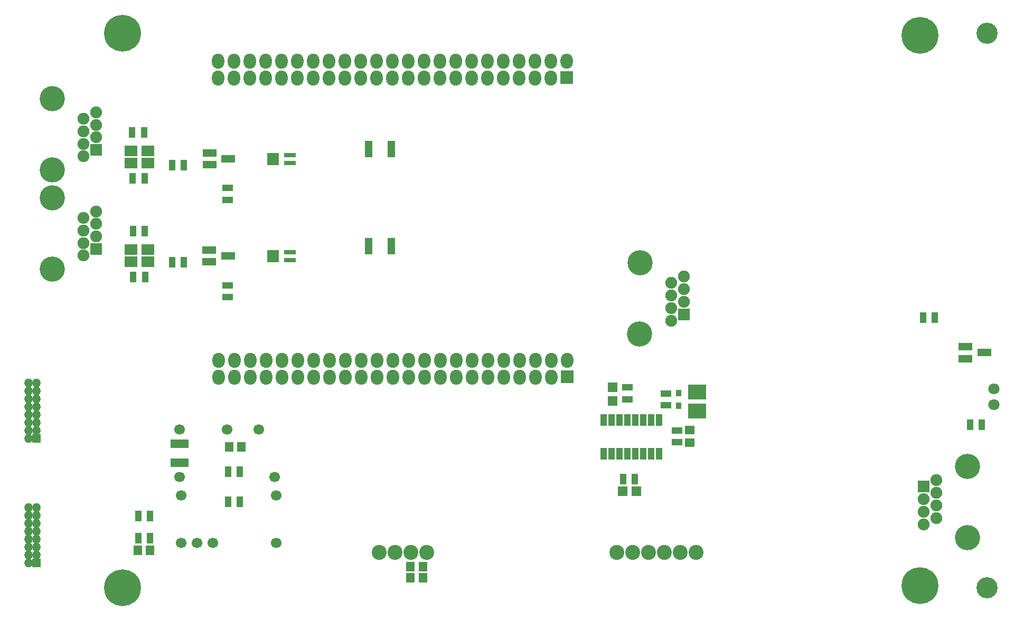
<source format=gbr>
G04 #@! TF.FileFunction,Soldermask,Bot*
%FSLAX46Y46*%
G04 Gerber Fmt 4.6, Leading zero omitted, Abs format (unit mm)*
G04 Created by KiCad (PCBNEW 4.0.4+e1-6308~48~ubuntu15.10.1-stable) date Thu Jul 19 16:03:55 2018*
%MOMM*%
%LPD*%
G01*
G04 APERTURE LIST*
%ADD10C,0.100000*%
%ADD11R,1.150000X0.750000*%
%ADD12R,2.100000X1.700000*%
%ADD13R,1.400000X1.400000*%
%ADD14O,1.400000X1.400000*%
%ADD15C,4.050000*%
%ADD16C,1.900000*%
%ADD17R,1.900000X1.900000*%
%ADD18C,5.900000*%
%ADD19C,3.400000*%
%ADD20C,2.400000*%
%ADD21C,1.700000*%
%ADD22C,1.800000*%
%ADD23R,1.900000X0.800000*%
%ADD24R,2.000000X2.000000*%
%ADD25O,2.000000X2.400000*%
%ADD26R,2.300000X1.200000*%
%ADD27R,1.400000X1.650000*%
%ADD28R,1.100000X1.700000*%
%ADD29R,1.700000X1.100000*%
%ADD30R,2.900000X1.400000*%
%ADD31R,2.900000X2.350000*%
%ADD32R,1.650000X1.400000*%
%ADD33R,0.850000X1.000000*%
%ADD34R,1.600000X1.600000*%
%ADD35R,1.000000X1.900000*%
G04 APERTURE END LIST*
D10*
D11*
X88597240Y-58215840D03*
X88597240Y-58865840D03*
X88597240Y-59515840D03*
X88597240Y-60165840D03*
X92197240Y-58215840D03*
X92197240Y-58865840D03*
X92197240Y-60165840D03*
X92197240Y-59515840D03*
X88597240Y-42615840D03*
X88597240Y-43265840D03*
X88597240Y-43915840D03*
X88597240Y-44565840D03*
X92197240Y-42615840D03*
X92197240Y-43265840D03*
X92197240Y-44565840D03*
X92197240Y-43915840D03*
D12*
X50450000Y-59750000D03*
X50450000Y-61700000D03*
X53150000Y-61700000D03*
X53150000Y-59750000D03*
X50480840Y-43924000D03*
X50480840Y-45874000D03*
X53180840Y-45874000D03*
X53180840Y-43924000D03*
D13*
X35357240Y-110040840D03*
D14*
X34087240Y-110040840D03*
X35357240Y-108770840D03*
X34087240Y-108770840D03*
X35357240Y-107500840D03*
X34087240Y-107500840D03*
X35357240Y-106230840D03*
X34087240Y-106230840D03*
X35357240Y-104960840D03*
X34087240Y-104960840D03*
X35357240Y-103690840D03*
X34087240Y-103690840D03*
X35357240Y-102420840D03*
X34087240Y-102420840D03*
X35357240Y-101150840D03*
X34087240Y-101150840D03*
D15*
X184607240Y-94535840D03*
X184582240Y-105965840D03*
D16*
X179582240Y-96715840D03*
D17*
X177532240Y-97740840D03*
D16*
X179582240Y-98740840D03*
X177532240Y-99765840D03*
X179582240Y-100765840D03*
X177532240Y-101790840D03*
X179582240Y-102790840D03*
X177542240Y-103805840D03*
D18*
X176939100Y-25343000D03*
X49088200Y-25001000D03*
X49088200Y-114001000D03*
D19*
X187758200Y-114001000D03*
X187758200Y-25001000D03*
D18*
X176939100Y-113659000D03*
D20*
X141037240Y-108300840D03*
X138497240Y-108300840D03*
X135957240Y-108300840D03*
X133417240Y-108300840D03*
X130877240Y-108300840D03*
X128337240Y-108300840D03*
X90237240Y-108300840D03*
X92777240Y-108300840D03*
X95317240Y-108300840D03*
X97857240Y-108300840D03*
D21*
X73497240Y-96190840D03*
X70957240Y-88570840D03*
X65877240Y-88570840D03*
X58257240Y-96190840D03*
X58257240Y-88570840D03*
X58517240Y-106780840D03*
X61057240Y-106780840D03*
X63597240Y-106780840D03*
X73757240Y-106780840D03*
X73757240Y-99160840D03*
X58517240Y-99160840D03*
D13*
X35357240Y-90040840D03*
D14*
X34087240Y-90040840D03*
X35357240Y-88770840D03*
X34087240Y-88770840D03*
X35357240Y-87500840D03*
X34087240Y-87500840D03*
X35357240Y-86230840D03*
X34087240Y-86230840D03*
X35357240Y-84960840D03*
X34087240Y-84960840D03*
X35357240Y-83690840D03*
X34087240Y-83690840D03*
X35357240Y-82420840D03*
X34087240Y-82420840D03*
X35357240Y-81150840D03*
X34087240Y-81150840D03*
D22*
X188857240Y-82060840D03*
X188857240Y-84600840D03*
D23*
X73267240Y-61440840D03*
X73267240Y-60790840D03*
X73267240Y-60140840D03*
X75927240Y-60140840D03*
X75927240Y-61440840D03*
X73267240Y-45840840D03*
X73267240Y-45190840D03*
X73267240Y-44540840D03*
X75927240Y-44540840D03*
X75927240Y-45840840D03*
D24*
X120370000Y-80135000D03*
D25*
X120370000Y-77495000D03*
X117830000Y-80235000D03*
X117830000Y-77495000D03*
X115290000Y-80235000D03*
X115290000Y-77495000D03*
X112750000Y-80235000D03*
X112750000Y-77495000D03*
X110210000Y-80235000D03*
X110210000Y-77495000D03*
X107670000Y-80235000D03*
X107670000Y-77495000D03*
X105130000Y-80235000D03*
X105130000Y-77495000D03*
X102590000Y-80235000D03*
X102590000Y-77495000D03*
X100050000Y-80235000D03*
X100050000Y-77495000D03*
X97510000Y-80235000D03*
X97510000Y-77495000D03*
X94970000Y-80235000D03*
X94970000Y-77495000D03*
X92430000Y-80235000D03*
X92430000Y-77495000D03*
X89890000Y-80235000D03*
X89890000Y-77495000D03*
X87350000Y-80235000D03*
X87350000Y-77495000D03*
X84810000Y-80235000D03*
X84810000Y-77495000D03*
X82270000Y-80235000D03*
X82270000Y-77495000D03*
X79730000Y-80235000D03*
X79730000Y-77495000D03*
X77190000Y-80235000D03*
X77190000Y-77495000D03*
X74650000Y-80235000D03*
X74650000Y-77495000D03*
X72110000Y-80235000D03*
X72110000Y-77495000D03*
X69570000Y-80235000D03*
X69570000Y-77495000D03*
X67030000Y-80235000D03*
X67030000Y-77495000D03*
X64490000Y-80235000D03*
X64490000Y-77495000D03*
D24*
X120340000Y-32115000D03*
D25*
X120340000Y-29475000D03*
X117800000Y-32215000D03*
X117800000Y-29475000D03*
X115260000Y-32215000D03*
X115260000Y-29475000D03*
X112720000Y-32215000D03*
X112720000Y-29475000D03*
X110180000Y-32215000D03*
X110180000Y-29475000D03*
X107640000Y-32215000D03*
X107640000Y-29475000D03*
X105100000Y-32215000D03*
X105100000Y-29475000D03*
X102560000Y-32215000D03*
X102560000Y-29475000D03*
X100020000Y-32215000D03*
X100020000Y-29475000D03*
X97480000Y-32215000D03*
X97480000Y-29475000D03*
X94940000Y-32215000D03*
X94940000Y-29475000D03*
X92400000Y-32215000D03*
X92400000Y-29475000D03*
X89860000Y-32215000D03*
X89860000Y-29475000D03*
X87320000Y-32215000D03*
X87320000Y-29475000D03*
X84780000Y-32215000D03*
X84780000Y-29475000D03*
X82240000Y-32215000D03*
X82240000Y-29475000D03*
X79700000Y-32215000D03*
X79700000Y-29475000D03*
X77160000Y-32215000D03*
X77160000Y-29475000D03*
X74620000Y-32215000D03*
X74620000Y-29475000D03*
X72080000Y-32215000D03*
X72080000Y-29475000D03*
X69540000Y-32215000D03*
X69540000Y-29475000D03*
X67000000Y-32215000D03*
X67000000Y-29475000D03*
X64460000Y-32215000D03*
X64460000Y-29475000D03*
D26*
X63040000Y-61680000D03*
X63040000Y-59780000D03*
X66040000Y-60730000D03*
X63090000Y-46090000D03*
X63090000Y-44190000D03*
X66090000Y-45140000D03*
X184270000Y-77210000D03*
X184270000Y-75310000D03*
X187270000Y-76260000D03*
D27*
X66200000Y-91400000D03*
X68200000Y-91400000D03*
X53557640Y-108000800D03*
X51557640Y-108000800D03*
X95296440Y-112420400D03*
X97296440Y-112420400D03*
X95296440Y-110591600D03*
X97296440Y-110591600D03*
D28*
X52550000Y-40900000D03*
X50650000Y-40900000D03*
X52700000Y-56750000D03*
X50800000Y-56750000D03*
X57047240Y-61790840D03*
X58947240Y-61790840D03*
X57047240Y-46190840D03*
X58947240Y-46190840D03*
D29*
X65997240Y-67340840D03*
X65997240Y-65440840D03*
X65997240Y-51740840D03*
X65997240Y-49840840D03*
D28*
X66050000Y-95400000D03*
X67950000Y-95400000D03*
X67950000Y-100200000D03*
X66050000Y-100200000D03*
X53550000Y-106000000D03*
X51650000Y-106000000D03*
X51650000Y-102500000D03*
X53550000Y-102500000D03*
X184977240Y-87820840D03*
X186877240Y-87820840D03*
X179377240Y-70630840D03*
X177477240Y-70630840D03*
X52750000Y-64100000D03*
X50850000Y-64100000D03*
X52650000Y-48300000D03*
X50750000Y-48300000D03*
D15*
X132047240Y-73295840D03*
X132072240Y-61865840D03*
D16*
X137072240Y-71115840D03*
D17*
X139122240Y-70090840D03*
D16*
X137072240Y-69090840D03*
X139122240Y-68065840D03*
X137072240Y-67065840D03*
X139122240Y-66040840D03*
X137072240Y-65040840D03*
X139112240Y-64025840D03*
D15*
X37847240Y-46955000D03*
X37872240Y-35525000D03*
D16*
X42872240Y-44775000D03*
D17*
X44922240Y-43750000D03*
D16*
X42872240Y-42750000D03*
X44922240Y-41725000D03*
X42872240Y-40725000D03*
X44922240Y-39700000D03*
X42872240Y-38700000D03*
X44912240Y-37685000D03*
D15*
X37847240Y-62865840D03*
X37872240Y-51435840D03*
D16*
X42872240Y-60685840D03*
D17*
X44922240Y-59660840D03*
D16*
X42872240Y-58660840D03*
X44922240Y-57635840D03*
X42872240Y-56635840D03*
X44922240Y-55610840D03*
X42872240Y-54610840D03*
X44912240Y-53595840D03*
D30*
X58280000Y-90900000D03*
X58280000Y-93900000D03*
D31*
X141203640Y-82549000D03*
X141203640Y-85599000D03*
D32*
X140035240Y-88712800D03*
X140035240Y-90712800D03*
D33*
X138257240Y-84819200D03*
X138257240Y-82719200D03*
D34*
X131483240Y-98501200D03*
X129283240Y-98501200D03*
X127690840Y-84056400D03*
X127690840Y-81856400D03*
D29*
X136225240Y-84719200D03*
X136225240Y-82819200D03*
D28*
X129382440Y-96520000D03*
X131282440Y-96520000D03*
D29*
X138003240Y-90662800D03*
X138003240Y-88762800D03*
X130078440Y-81854000D03*
X130078440Y-83754000D03*
D35*
X135133040Y-92463600D03*
X133863040Y-92463600D03*
X132593040Y-92463600D03*
X131323040Y-92463600D03*
X130053040Y-92463600D03*
X128783040Y-92463600D03*
X127513040Y-92463600D03*
X126243040Y-92463600D03*
X126243040Y-87063600D03*
X127513040Y-87063600D03*
X128783040Y-87063600D03*
X130053040Y-87063600D03*
X131323040Y-87063600D03*
X132593040Y-87063600D03*
X133863040Y-87063600D03*
X135133040Y-87063600D03*
M02*

</source>
